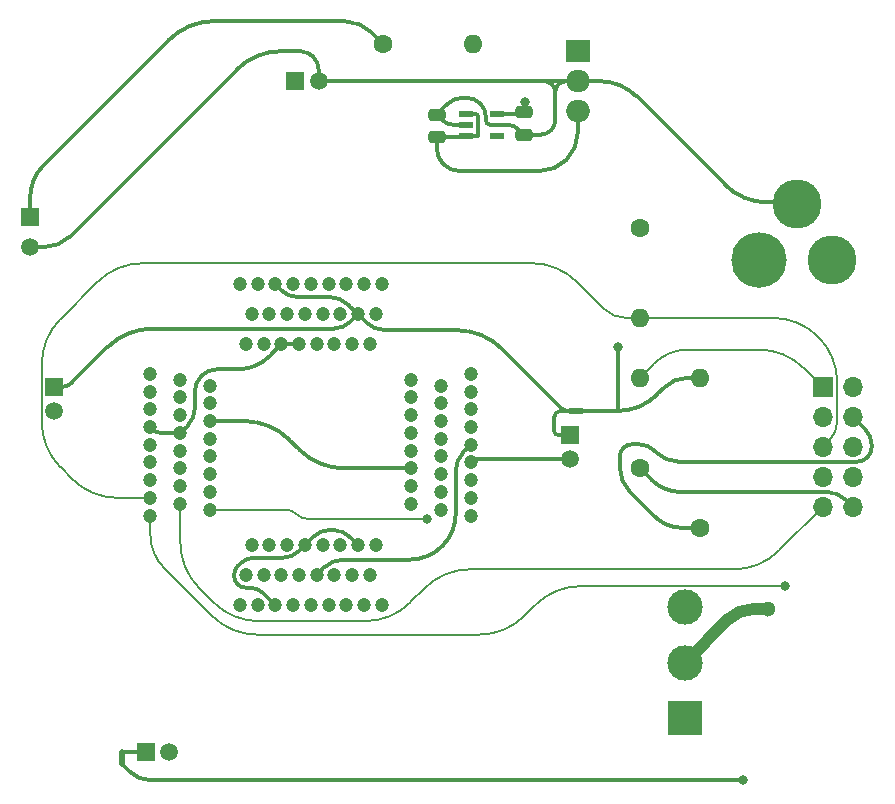
<source format=gtl>
%TF.GenerationSoftware,KiCad,Pcbnew,8.0.7*%
%TF.CreationDate,2025-03-14T10:02:51+02:00*%
%TF.ProjectId,EPM570 Programmer,45504d35-3730-4205-9072-6f6772616d6d,V0*%
%TF.SameCoordinates,Original*%
%TF.FileFunction,Copper,L1,Top*%
%TF.FilePolarity,Positive*%
%FSLAX46Y46*%
G04 Gerber Fmt 4.6, Leading zero omitted, Abs format (unit mm)*
G04 Created by KiCad (PCBNEW 8.0.7) date 2025-03-14 10:02:51*
%MOMM*%
%LPD*%
G01*
G04 APERTURE LIST*
G04 Aperture macros list*
%AMRoundRect*
0 Rectangle with rounded corners*
0 $1 Rounding radius*
0 $2 $3 $4 $5 $6 $7 $8 $9 X,Y pos of 4 corners*
0 Add a 4 corners polygon primitive as box body*
4,1,4,$2,$3,$4,$5,$6,$7,$8,$9,$2,$3,0*
0 Add four circle primitives for the rounded corners*
1,1,$1+$1,$2,$3*
1,1,$1+$1,$4,$5*
1,1,$1+$1,$6,$7*
1,1,$1+$1,$8,$9*
0 Add four rect primitives between the rounded corners*
20,1,$1+$1,$2,$3,$4,$5,0*
20,1,$1+$1,$4,$5,$6,$7,0*
20,1,$1+$1,$6,$7,$8,$9,0*
20,1,$1+$1,$8,$9,$2,$3,0*%
G04 Aperture macros list end*
%TA.AperFunction,EtchedComponent*%
%ADD10C,0.000000*%
%TD*%
%TA.AperFunction,ComponentPad*%
%ADD11O,1.600000X1.600000*%
%TD*%
%TA.AperFunction,ComponentPad*%
%ADD12C,1.600000*%
%TD*%
%TA.AperFunction,ComponentPad*%
%ADD13C,1.500000*%
%TD*%
%TA.AperFunction,ComponentPad*%
%ADD14R,1.500000X1.500000*%
%TD*%
%TA.AperFunction,SMDPad,CuDef*%
%ADD15R,1.150000X0.600000*%
%TD*%
%TA.AperFunction,SMDPad,CuDef*%
%ADD16C,0.500000*%
%TD*%
%TA.AperFunction,ComponentPad*%
%ADD17C,4.150000*%
%TD*%
%TA.AperFunction,ComponentPad*%
%ADD18C,4.700000*%
%TD*%
%TA.AperFunction,ComponentPad*%
%ADD19C,3.000000*%
%TD*%
%TA.AperFunction,ComponentPad*%
%ADD20R,3.000000X3.000000*%
%TD*%
%TA.AperFunction,ComponentPad*%
%ADD21O,2.000000X1.905000*%
%TD*%
%TA.AperFunction,ComponentPad*%
%ADD22R,2.000000X1.905000*%
%TD*%
%TA.AperFunction,SMDPad,CuDef*%
%ADD23RoundRect,0.250000X-0.475000X0.250000X-0.475000X-0.250000X0.475000X-0.250000X0.475000X0.250000X0*%
%TD*%
%TA.AperFunction,ComponentPad*%
%ADD24O,1.700000X1.700000*%
%TD*%
%TA.AperFunction,ComponentPad*%
%ADD25R,1.700000X1.700000*%
%TD*%
%TA.AperFunction,ComponentPad*%
%ADD26C,1.200000*%
%TD*%
%TA.AperFunction,SMDPad,CuDef*%
%ADD27RoundRect,0.250000X0.475000X-0.250000X0.475000X0.250000X-0.475000X0.250000X-0.475000X-0.250000X0*%
%TD*%
%TA.AperFunction,ViaPad*%
%ADD28C,0.800000*%
%TD*%
%TA.AperFunction,ViaPad*%
%ADD29C,1.300000*%
%TD*%
%TA.AperFunction,Conductor*%
%ADD30C,0.380000*%
%TD*%
%TA.AperFunction,Conductor*%
%ADD31C,1.000000*%
%TD*%
%TA.AperFunction,Conductor*%
%ADD32C,0.200000*%
%TD*%
G04 APERTURE END LIST*
D10*
%TA.AperFunction,EtchedComponent*%
%TO.C,NT4*%
G36*
X-4068000Y-37457000D02*
G01*
X-4568000Y-37457000D01*
X-4568000Y-36457000D01*
X-4068000Y-36457000D01*
X-4068000Y-37457000D01*
G37*
%TD.AperFunction*%
%TA.AperFunction,EtchedComponent*%
%TO.C,NT5*%
G36*
X34655000Y-7854000D02*
G01*
X33655000Y-7854000D01*
X33655000Y-7354000D01*
X34655000Y-7354000D01*
X34655000Y-7854000D01*
G37*
%TD.AperFunction*%
%TD*%
D11*
%TO.P,R1,2*%
%TO.N,/3.3V*%
X44614000Y-4809000D03*
D12*
%TO.P,R1,1*%
%TO.N,Net-(J3-Pin_4)*%
X44614000Y-17509000D03*
%TD*%
D11*
%TO.P,R3,2*%
%TO.N,/TMS*%
X39534000Y271000D03*
D12*
%TO.P,R3,1*%
%TO.N,/3.3V*%
X39534000Y7891000D03*
%TD*%
D11*
%TO.P,R2,2*%
%TO.N,/TCK*%
X39534000Y-4809000D03*
D12*
%TO.P,R2,1*%
%TO.N,/GND*%
X39534000Y-12429000D03*
%TD*%
D11*
%TO.P,R5,2*%
%TO.N,/5V*%
X25400000Y23495000D03*
D12*
%TO.P,R5,1*%
%TO.N,Net-(LED1-K)*%
X17780000Y23495000D03*
%TD*%
D13*
%TO.P,LED1,2,A*%
%TO.N,/GND*%
X-12065000Y6288000D03*
D14*
%TO.P,LED1,1,K*%
%TO.N,Net-(LED1-K)*%
X-12065000Y8828000D03*
%TD*%
D13*
%TO.P,C1,2*%
%TO.N,/GND*%
X12356000Y20320000D03*
D14*
%TO.P,C1,1*%
%TO.N,/VCCINT*%
X10356000Y20320000D03*
%TD*%
D15*
%TO.P,IC1,5,3.3VOut*%
%TO.N,/3.3V*%
X27464000Y17548000D03*
%TO.P,IC1,4,ADJ*%
%TO.N,unconnected-(IC1-ADJ-Pad4)*%
X27464000Y15648000D03*
%TO.P,IC1,3,EN*%
%TO.N,/5V*%
X24864000Y15648000D03*
%TO.P,IC1,2,GND*%
%TO.N,/GND*%
X24864000Y16598000D03*
%TO.P,IC1,1,6VIn*%
%TO.N,/5V*%
X24864000Y17548000D03*
%TD*%
D16*
%TO.P,NT4,2,2*%
%TO.N,/VCCINT*%
X-4318000Y-36457000D03*
%TO.P,NT4,1,1*%
%TO.N,/3.3V*%
X-4318000Y-37457000D03*
%TD*%
D17*
%TO.P,J2,SHL2,GND*%
%TO.N,/GND*%
X55857000Y5207000D03*
%TO.P,J2,SHL1,GND*%
X52857000Y9907000D03*
D18*
%TO.P,J2,INNER,VCC*%
%TO.N,/12V Socket*%
X49657000Y5207000D03*
%TD*%
D19*
%TO.P,S2,3,P2*%
%TO.N,unconnected-(S2-P2-Pad3)*%
X43344000Y-24240000D03*
%TO.P,S2,2,CM*%
%TO.N,/12V Socket*%
X43344000Y-28939000D03*
D20*
%TO.P,S2,1,P1*%
%TO.N,/12V*%
X43344000Y-33638000D03*
%TD*%
D21*
%TO.P,U1,3,OUT*%
%TO.N,/5V*%
X34290000Y17780000D03*
%TO.P,U1,2,GND*%
%TO.N,/GND*%
X34290000Y20320000D03*
D22*
%TO.P,U1,1,IN*%
%TO.N,/12V*%
X34290000Y22860000D03*
%TD*%
D23*
%TO.P,C6,2*%
%TO.N,/GND*%
X29718000Y15798000D03*
%TO.P,C6,1*%
%TO.N,/3.3V*%
X29718000Y17698000D03*
%TD*%
D13*
%TO.P,C3,2*%
%TO.N,/GND*%
X33655000Y-11652000D03*
D14*
%TO.P,C3,1*%
%TO.N,/VCCIO*%
X33655000Y-9652000D03*
%TD*%
D24*
%TO.P,J3,10,Pin_10*%
%TO.N,/GND*%
X57568000Y-15731000D03*
%TO.P,J3,9,Pin_9*%
%TO.N,/TDI*%
X55028000Y-15731000D03*
%TO.P,J3,8,Pin_8*%
%TO.N,unconnected-(J3-Pin_8-Pad8)*%
X57568000Y-13191000D03*
%TO.P,J3,7,Pin_7*%
%TO.N,unconnected-(J3-Pin_7-Pad7)*%
X55028000Y-13191000D03*
%TO.P,J3,6,Pin_6*%
%TO.N,unconnected-(J3-Pin_6-Pad6)*%
X57568000Y-10651000D03*
%TO.P,J3,5,Pin_5*%
%TO.N,/TMS*%
X55028000Y-10651000D03*
%TO.P,J3,4,Pin_4*%
%TO.N,Net-(J3-Pin_4)*%
X57568000Y-8111000D03*
%TO.P,J3,3,Pin_3*%
%TO.N,/TDO*%
X55028000Y-8111000D03*
%TO.P,J3,2,Pin_2*%
%TO.N,/GND*%
X57568000Y-5571000D03*
D25*
%TO.P,J3,1,Pin_1*%
%TO.N,/TCK*%
X55028000Y-5571000D03*
%TD*%
D26*
%TO.P,J1,1,1*%
%TO.N,/IO1*%
X-1887000Y-4461000D03*
%TO.P,J1,2,2*%
%TO.N,/IO2*%
X653000Y-4961000D03*
%TO.P,J1,3,3*%
%TO.N,/IO3*%
X3193000Y-5461000D03*
%TO.P,J1,4,4*%
%TO.N,/IO4*%
X-1887000Y-5961000D03*
%TO.P,J1,5,5*%
%TO.N,/IO5*%
X653000Y-6461000D03*
%TO.P,J1,6,6*%
%TO.N,/IO6*%
X3193000Y-6961000D03*
%TO.P,J1,7,7*%
%TO.N,/IO7*%
X-1887000Y-7461000D03*
%TO.P,J1,8,8*%
%TO.N,/IO8*%
X653000Y-7961000D03*
%TO.P,J1,9,9*%
%TO.N,/VCCIO*%
X3193000Y-8461000D03*
%TO.P,J1,10,10*%
%TO.N,/GND*%
X-1887000Y-8961000D03*
%TO.P,J1,11,11*%
X653000Y-9461000D03*
%TO.P,J1,12,12*%
%TO.N,/IO12{slash}GCLK0*%
X3193000Y-9961000D03*
%TO.P,J1,13,13*%
%TO.N,/VCCINT*%
X-1887000Y-10461000D03*
%TO.P,J1,14,14*%
%TO.N,/IO14{slash}GCLK1*%
X653000Y-10961000D03*
%TO.P,J1,15,15*%
%TO.N,/IO15*%
X3193000Y-11461000D03*
%TO.P,J1,16,16*%
%TO.N,/IO16*%
X-1887000Y-11961000D03*
%TO.P,J1,17,17*%
%TO.N,/IO17*%
X653000Y-12461000D03*
%TO.P,J1,18,18*%
%TO.N,/IO18*%
X3193000Y-12961000D03*
%TO.P,J1,19,19*%
%TO.N,/IO19*%
X-1887000Y-13461000D03*
%TO.P,J1,20,20*%
%TO.N,/IO20*%
X653000Y-13961000D03*
%TO.P,J1,21,21*%
%TO.N,/IO21*%
X3193000Y-14461000D03*
%TO.P,J1,22,22*%
%TO.N,/TMS*%
X-1887000Y-14961000D03*
%TO.P,J1,23,23*%
%TO.N,/TDI*%
X653000Y-15461000D03*
%TO.P,J1,24,24*%
%TO.N,/TCK*%
X3193000Y-15961000D03*
%TO.P,J1,25,25*%
%TO.N,/TDO*%
X-1887000Y-16461000D03*
%TO.P,J1,26,26*%
%TO.N,/IO26*%
X5693000Y-24041000D03*
%TO.P,J1,27,27*%
%TO.N,/IO27*%
X6193000Y-21501000D03*
%TO.P,J1,28,28*%
%TO.N,/IO28*%
X6693000Y-18961000D03*
%TO.P,J1,29,29*%
%TO.N,/IO29*%
X7193000Y-24041000D03*
%TO.P,J1,30,30*%
%TO.N,/IO30*%
X7693000Y-21501000D03*
%TO.P,J1,31,31*%
%TO.N,/VCCIO*%
X8193000Y-18961000D03*
%TO.P,J1,32,32*%
%TO.N,/GND*%
X8693000Y-24041000D03*
%TO.P,J1,33,33*%
%TO.N,/IO33*%
X9193000Y-21501000D03*
%TO.P,J1,34,34*%
%TO.N,/IO34*%
X9693000Y-18961000D03*
%TO.P,J1,35,35*%
%TO.N,/IO35*%
X10193000Y-24041000D03*
%TO.P,J1,36,36*%
%TO.N,/IO36*%
X10693000Y-21501000D03*
%TO.P,J1,37,37*%
%TO.N,/GND*%
X11193000Y-18961000D03*
%TO.P,J1,38,38*%
%TO.N,/IO38*%
X11693000Y-24041000D03*
%TO.P,J1,39,39*%
%TO.N,/VCCINT*%
X12193000Y-21501000D03*
%TO.P,J1,40,40*%
%TO.N,/IO40*%
X12693000Y-18961000D03*
%TO.P,J1,41,41*%
%TO.N,/IO41*%
X13193000Y-24041000D03*
%TO.P,J1,42,42*%
%TO.N,/IO42*%
X13693000Y-21501000D03*
%TO.P,J1,43,43*%
%TO.N,/IO43{slash}DEV OE*%
X14193000Y-18961000D03*
%TO.P,J1,44,44*%
%TO.N,/IO44{slash}DEV CLR*%
X14693000Y-24041000D03*
%TO.P,J1,45,45*%
%TO.N,/VCCIO*%
X15193000Y-21501000D03*
%TO.P,J1,46,46*%
%TO.N,/GND*%
X15693000Y-18961000D03*
%TO.P,J1,47,47*%
%TO.N,/IO47*%
X16193000Y-24041000D03*
%TO.P,J1,48,48*%
%TO.N,/IO48*%
X16693000Y-21501000D03*
%TO.P,J1,49,49*%
%TO.N,/IO49*%
X17193000Y-18961000D03*
%TO.P,J1,50,50*%
%TO.N,/IO50*%
X17693000Y-24041000D03*
%TO.P,J1,51,51*%
%TO.N,/IO51*%
X25273000Y-16461000D03*
%TO.P,J1,52,52*%
%TO.N,/IO52*%
X22733000Y-15961000D03*
%TO.P,J1,53,53*%
%TO.N,/IO53*%
X20193000Y-15461000D03*
%TO.P,J1,54,54*%
%TO.N,/IO54*%
X25273000Y-14961000D03*
%TO.P,J1,55,55*%
%TO.N,/IO55*%
X22733000Y-14461000D03*
%TO.P,J1,56,56*%
%TO.N,/IO56*%
X20193000Y-13961000D03*
%TO.P,J1,57,57*%
%TO.N,/IO57*%
X25273000Y-13461000D03*
%TO.P,J1,58,58*%
%TO.N,/IO58*%
X22733000Y-12961000D03*
%TO.P,J1,59,59*%
%TO.N,/VCCIO*%
X20193000Y-12461000D03*
%TO.P,J1,60,60*%
%TO.N,/GND*%
X25273000Y-11961000D03*
%TO.P,J1,61,61*%
%TO.N,/IO61*%
X22733000Y-11461000D03*
%TO.P,J1,62,62*%
%TO.N,/IO62{slash}GCLK2*%
X20193000Y-10961000D03*
%TO.P,J1,63,63*%
%TO.N,/VCCINT*%
X25273000Y-10461000D03*
%TO.P,J1,64,64*%
%TO.N,/IO64{slash}GCLK3*%
X22733000Y-9961000D03*
%TO.P,J1,65,65*%
%TO.N,/GND*%
X20193000Y-9461000D03*
%TO.P,J1,66,66*%
%TO.N,/IO66*%
X25273000Y-8961000D03*
%TO.P,J1,67,67*%
%TO.N,/IO67*%
X22733000Y-8461000D03*
%TO.P,J1,68,68*%
%TO.N,/IO68*%
X20193000Y-7961000D03*
%TO.P,J1,69,69*%
%TO.N,/IO69*%
X25273000Y-7461000D03*
%TO.P,J1,70,70*%
%TO.N,/IO70*%
X22733000Y-6961000D03*
%TO.P,J1,71,71*%
%TO.N,/IO71*%
X20193000Y-6461000D03*
%TO.P,J1,72,72*%
%TO.N,/IO72*%
X25273000Y-5961000D03*
%TO.P,J1,73,73*%
%TO.N,/IO73*%
X22733000Y-5461000D03*
%TO.P,J1,74,74*%
%TO.N,/IO74*%
X20193000Y-4961000D03*
%TO.P,J1,75,75*%
%TO.N,/IO75*%
X25273000Y-4461000D03*
%TO.P,J1,76,76*%
%TO.N,/IO76*%
X17693000Y3119000D03*
%TO.P,J1,77,77*%
%TO.N,/IO77*%
X17193000Y579000D03*
%TO.P,J1,78,78*%
%TO.N,/IO78*%
X16693000Y-1961000D03*
%TO.P,J1,79,79*%
%TO.N,/GND*%
X16193000Y3119000D03*
%TO.P,J1,80,80*%
%TO.N,/VCCIO*%
X15693000Y579000D03*
%TO.P,J1,81,81*%
%TO.N,/IO81*%
X15193000Y-1961000D03*
%TO.P,J1,82,82*%
%TO.N,/IO82*%
X14693000Y3119000D03*
%TO.P,J1,83,83*%
%TO.N,/IO83*%
X14193000Y579000D03*
%TO.P,J1,84,84*%
%TO.N,/IO84*%
X13693000Y-1961000D03*
%TO.P,J1,85,85*%
%TO.N,/IO85*%
X13193000Y3119000D03*
%TO.P,J1,86,86*%
%TO.N,/IO86*%
X12693000Y579000D03*
%TO.P,J1,87,87*%
%TO.N,/IO87*%
X12193000Y-1961000D03*
%TO.P,J1,88,88*%
%TO.N,/VCCINT*%
X11693000Y3119000D03*
%TO.P,J1,89,89*%
%TO.N,/IO89*%
X11193000Y579000D03*
%TO.P,J1,90,90*%
%TO.N,/GND*%
X10693000Y-1961000D03*
%TO.P,J1,91,91*%
%TO.N,/IO91*%
X10193000Y3119000D03*
%TO.P,J1,92,92*%
%TO.N,/IO92*%
X9693000Y579000D03*
%TO.P,J1,93,93*%
%TO.N,/GND*%
X9193000Y-1961000D03*
%TO.P,J1,94,94*%
%TO.N,/VCCIO*%
X8693000Y3119000D03*
%TO.P,J1,95,95*%
%TO.N,/IO95*%
X8193000Y579000D03*
%TO.P,J1,96,96*%
%TO.N,/IO96*%
X7693000Y-1961000D03*
%TO.P,J1,97,97*%
%TO.N,/IO97*%
X7193000Y3119000D03*
%TO.P,J1,98,98*%
%TO.N,/IO98*%
X6693000Y579000D03*
%TO.P,J1,99,99*%
%TO.N,/IO99*%
X6193000Y-1961000D03*
%TO.P,J1,100,100*%
%TO.N,/IO100*%
X5693000Y3119000D03*
%TD*%
D13*
%TO.P,C2,2*%
%TO.N,/GND*%
X-286000Y-36449000D03*
D14*
%TO.P,C2,1*%
%TO.N,/VCCINT*%
X-2286000Y-36449000D03*
%TD*%
D16*
%TO.P,NT5,2,2*%
%TO.N,/VCCIO*%
X33655000Y-7604000D03*
%TO.P,NT5,1,1*%
%TO.N,/3.3V*%
X34655000Y-7604000D03*
%TD*%
D27*
%TO.P,C5,2*%
%TO.N,/GND*%
X22354000Y17487000D03*
%TO.P,C5,1*%
%TO.N,/5V*%
X22354000Y15587000D03*
%TD*%
D13*
%TO.P,C4,2*%
%TO.N,/GND*%
X-10033000Y-7588000D03*
D14*
%TO.P,C4,1*%
%TO.N,/VCCIO*%
X-10033000Y-5588000D03*
%TD*%
D28*
%TO.N,/TDO*%
X51862000Y-22438300D03*
%TO.N,/TCK*%
X21505400Y-16748800D03*
D29*
%TO.N,/12V Socket*%
X50376500Y-24385200D03*
D28*
%TO.N,/3.3V*%
X29845000Y18542000D03*
X48260000Y-38862000D03*
X37719000Y-2159000D03*
%TD*%
D30*
%TO.N,/3.3V*%
X43524500Y-4809000D02*
G75*
G03*
X41664605Y-5579390I0J-2630300D01*
G01*
X-3615500Y-38159500D02*
G75*
G03*
X-1919514Y-38862000I1695987J1695989D01*
G01*
X41037500Y-6206500D02*
G75*
G02*
X37663636Y-7604015I-3373900J3373900D01*
G01*
%TO.N,/5V*%
X25764878Y17483878D02*
G75*
G02*
X25828989Y17329073I-154778J-154778D01*
G01*
X33337500Y13652500D02*
G75*
G02*
X31037961Y12700016I-2299500J2299500D01*
G01*
X22924500Y13270500D02*
G75*
G03*
X24301808Y12700004I1377300J1377300D01*
G01*
X25824000Y15653000D02*
G75*
G02*
X25811928Y15647988I-12100J12100D01*
G01*
X25829000Y15665071D02*
G75*
G02*
X25823992Y15653008I-17100J29D01*
G01*
X25764878Y17483878D02*
G75*
G03*
X25610073Y17547989I-154778J-154778D01*
G01*
X34290000Y15952038D02*
G75*
G02*
X33337500Y13652500I-3252040J2D01*
G01*
X22354000Y14647808D02*
G75*
G03*
X22924497Y13270497I1947800J-8D01*
G01*
%TO.N,/VCCINT*%
X23966000Y-16291553D02*
G75*
G02*
X22823001Y-19051001I-3902460J3D01*
G01*
X24619500Y-11114500D02*
G75*
G03*
X23965995Y-12692188I1577700J-1577700D01*
G01*
X22823000Y-19051000D02*
G75*
G02*
X20063553Y-20193999I-2759450J2759460D01*
G01*
X14424188Y-20194000D02*
G75*
G03*
X12846503Y-20847503I12J-2231200D01*
G01*
%TO.N,/GND*%
X46723841Y11569158D02*
G75*
G03*
X50389000Y10050994I3665159J3665142D01*
G01*
X26112566Y18337433D02*
G75*
G02*
X26498990Y17404500I-932966J-932933D01*
G01*
X26609500Y16747500D02*
G75*
G03*
X26876270Y16636988I266800J266800D01*
G01*
X11893000Y22397000D02*
G75*
G03*
X10775219Y22860008I-1117800J-1117800D01*
G01*
X26499000Y17014270D02*
G75*
G03*
X26609509Y16747509I377300J30D01*
G01*
X2432575Y-4629575D02*
G75*
G03*
X1867997Y-5992579I1362995J-1363005D01*
G01*
X22798500Y17931500D02*
G75*
G03*
X22798500Y17042500I444500J-444500D01*
G01*
X13424188Y-17654000D02*
G75*
G03*
X11846503Y-18307503I12J-2231200D01*
G01*
X6921864Y-20026000D02*
G75*
G03*
X5698099Y-20532899I-4J-1730660D01*
G01*
X3795579Y-4065000D02*
G75*
G03*
X2432577Y-4629577I1J-1927570D01*
G01*
X40549250Y-13444250D02*
G75*
G03*
X43000280Y-14459508I2451050J2451050D01*
G01*
X39275137Y19017862D02*
G75*
G03*
X36131500Y20319992I-3143637J-3143662D01*
G01*
X32385000Y19367500D02*
G75*
G03*
X31432500Y20320000I-952500J0D01*
G01*
X33337500Y20320000D02*
G75*
G03*
X32385000Y19367500I0J-952500D01*
G01*
X29298500Y16217500D02*
G75*
G03*
X28285737Y16637015I-1012800J-1012800D01*
G01*
X25800495Y-11652000D02*
G75*
G03*
X25427501Y-11806501I5J-527500D01*
G01*
X9207500Y22860000D02*
G75*
G03*
X5413453Y21288457I0J-5365600D01*
G01*
X32029000Y16154000D02*
G75*
G02*
X31169539Y15797983I-859500J859500D01*
G01*
X-8710894Y7164105D02*
G75*
G02*
X-10826000Y6288000I-2115105J2115105D01*
G01*
X5191200Y-21561167D02*
G75*
G03*
X5485447Y-22271553I1004640J-3D01*
G01*
X26013000Y18437000D02*
G75*
G03*
X24839692Y18922997I-1173300J-1173300D01*
G01*
X56932250Y-15095250D02*
G75*
G03*
X55397413Y-14459494I-1534850J-1534850D01*
G01*
X-1637000Y-9211000D02*
G75*
G03*
X-1033446Y-9461000I603555J603556D01*
G01*
X5485450Y-22271550D02*
G75*
G03*
X6195832Y-22565787I710350J710350D01*
G01*
X11893000Y22397000D02*
G75*
G02*
X12356008Y21279219I-1117800J-1117800D01*
G01*
X24658500Y18923000D02*
G75*
G03*
X23175866Y18308888I0J-2096800D01*
G01*
X1868000Y-7386865D02*
G75*
G02*
X1260500Y-8853500I-2074146J4D01*
G01*
X8141000Y-3013000D02*
G75*
G02*
X5601247Y-4064996I-2539750J2539760D01*
G01*
X32385000Y17013460D02*
G75*
G02*
X32028988Y16154012I-1215500J40D01*
G01*
X5522656Y-20708343D02*
G75*
G03*
X5191246Y-21508550I800244J-800157D01*
G01*
X15039500Y-18307500D02*
G75*
G03*
X13461811Y-17653995I-1577700J-1577700D01*
G01*
X7726245Y-23074245D02*
G75*
G03*
X6498750Y-22565800I-1227495J-1227495D01*
G01*
X22798500Y17042500D02*
G75*
G03*
X23871617Y16598007I1073100J1073100D01*
G01*
X10660500Y-19493500D02*
G75*
G02*
X9374931Y-20026013I-1285600J1285600D01*
G01*
X11725500Y-18428500D02*
X10660500Y-19493500D01*
X31432500Y20320000D02*
X33337500Y20320000D01*
%TO.N,/VCCIO*%
X14955400Y1316600D02*
G75*
G03*
X13174676Y2054190I-1780700J-1780700D01*
G01*
X-8487648Y-5184348D02*
G75*
G02*
X-9462150Y-5588000I-974503J974503D01*
G01*
X-1685336Y-636000D02*
G75*
G03*
X-5533092Y-2229792I1J-5441552D01*
G01*
X32878000Y-7604000D02*
G75*
G03*
X32953882Y-7420836I0J107300D01*
G01*
X32953859Y-7420859D02*
G75*
G03*
X33396000Y-7603995I442141J442159D01*
G01*
X9225400Y2586600D02*
G75*
G03*
X10510727Y2054211I1285300J1285300D01*
G01*
X32298000Y-9284459D02*
G75*
G03*
X32405638Y-9544362I367500J-41D01*
G01*
X32845981Y-7604000D02*
G75*
G03*
X32458505Y-7764505I19J-548000D01*
G01*
X15085500Y-28499D02*
G75*
G02*
X13618865Y-635985I-1466600J1466599D01*
G01*
X32405650Y-9544350D02*
G75*
G03*
X32665540Y-9651983I259850J259850D01*
G01*
X27889792Y-2356792D02*
G75*
G03*
X24042036Y-763003I-3847752J-3847758D01*
G01*
X9889792Y-10054792D02*
G75*
G03*
X6042036Y-8461003I-3847752J-3847758D01*
G01*
X16364000Y-92000D02*
G75*
G03*
X17983937Y-762985I1619900J1619900D01*
G01*
X10702207Y-10867207D02*
G75*
G03*
X14549963Y-12461004I3847763J3847757D01*
G01*
X32458500Y-7764500D02*
G75*
G03*
X32297992Y-8151981I387500J-387500D01*
G01*
X33396000Y-7604000D02*
X32878000Y-7604000D01*
D31*
%TO.N,/12V Socket*%
X49137150Y-24385200D02*
G75*
G03*
X47021434Y-25261539I-50J-2992000D01*
G01*
D30*
%TO.N,Net-(LED1-K)*%
X-10920547Y13209452D02*
G75*
G03*
X-12065000Y10446500I2762958J-2762956D01*
G01*
X3523963Y25400000D02*
G75*
G03*
X-323792Y23806207I2J-5441549D01*
G01*
X16827500Y24447500D02*
G75*
G03*
X14527961Y25399998I-2299540J-2299550D01*
G01*
%TO.N,Net-(J3-Pin_4)*%
X40997500Y-11152500D02*
G75*
G03*
X42780396Y-11891001I1782900J1782900D01*
G01*
X38163500Y-10731500D02*
G75*
G03*
X37846005Y-11498012I766500J-766500D01*
G01*
X37846000Y-12319000D02*
G75*
G03*
X38744015Y-14487035I3066100J0D01*
G01*
X38930012Y-10414000D02*
G75*
G03*
X38163496Y-10731496I-12J-1084000D01*
G01*
X58824500Y-11533500D02*
G75*
G02*
X57961418Y-11891008I-863100J863100D01*
G01*
X58668994Y-9211994D02*
G75*
G02*
X59182003Y-10450500I-1238494J-1238506D01*
G01*
X59182000Y-10670418D02*
G75*
G02*
X58824495Y-11533495I-1220600J18D01*
G01*
X40887617Y-11042617D02*
G75*
G03*
X39370000Y-10413989I-1517617J-1517583D01*
G01*
X40759079Y-16502079D02*
G75*
G03*
X43190000Y-17509012I2430921J2430879D01*
G01*
D32*
%TO.N,/TCK*%
X10491100Y-16354900D02*
G75*
G03*
X11442058Y-16748817I951000J951000D01*
G01*
X43624227Y-2413000D02*
G75*
G03*
X40731992Y-3610992I-27J-4090200D01*
G01*
X10491100Y-16354900D02*
G75*
G03*
X9540141Y-15960983I-951000J-951000D01*
G01*
X53449000Y-3992000D02*
G75*
G03*
X49636956Y-2413018I-3812000J-3812000D01*
G01*
%TO.N,/TDI*%
X51338292Y-19420707D02*
G75*
G02*
X47490536Y-21014510I-3847792J3847807D01*
G01*
X25181463Y-21014500D02*
G75*
G03*
X21333705Y-22608291I-3J-5441550D01*
G01*
X20134792Y-23807207D02*
G75*
G02*
X16287036Y-25401001I-3847762J3847767D01*
G01*
X3449207Y-23807207D02*
G75*
G03*
X7296963Y-25401004I3847763J3847757D01*
G01*
X653100Y-18757136D02*
G75*
G03*
X2246892Y-22604892I5441552J1D01*
G01*
%TO.N,/TDO*%
X34552663Y-22438300D02*
G75*
G03*
X30704915Y-24032101I37J-5441600D01*
G01*
X-1887000Y-18101000D02*
G75*
G03*
X-727344Y-20900655I3959310J0D01*
G01*
X3322207Y-24950207D02*
G75*
G03*
X7169963Y-26544004I3847763J3847757D01*
G01*
X29786792Y-24950207D02*
G75*
G02*
X25939036Y-26544010I-3847792J3847807D01*
G01*
%TO.N,/TMS*%
X54667207Y-1327207D02*
G75*
G02*
X56261011Y-5174963I-3847807J-3847793D01*
G01*
X-11086200Y-8541836D02*
G75*
G03*
X-9492406Y-12389592I5441554J3D01*
G01*
X-9492407Y195592D02*
G75*
G03*
X-11086200Y-3652163I3847756J-3847757D01*
G01*
X36475916Y1069783D02*
G75*
G03*
X38404350Y271030I1928384J1928417D01*
G01*
X34233792Y3311907D02*
G75*
G03*
X30386036Y4905710I-3847792J-3847807D01*
G01*
X54662792Y-1322792D02*
G75*
G03*
X50815036Y271040I-3847792J-3847708D01*
G01*
X-2528336Y4905700D02*
G75*
G03*
X-6376092Y3311907I4J-5441559D01*
G01*
X56261000Y-8546137D02*
G75*
G02*
X55644489Y-10034489I-2104900J37D01*
G01*
X-8514792Y-13367207D02*
G75*
G03*
X-4667036Y-14961000I3847760J3847766D01*
G01*
D30*
%TO.N,/GND*%
X26499000Y17404500D02*
X26499000Y17014270D01*
X26112566Y18337433D02*
X26013000Y18437000D01*
X24839692Y18923000D02*
X24658500Y18923000D01*
X26876270Y16637000D02*
X28285737Y16637000D01*
X22798500Y17931500D02*
X23175877Y18308877D01*
X29298500Y16217500D02*
X29718000Y15798000D01*
X29718000Y15798000D02*
X31169539Y15798000D01*
X32385000Y19367500D02*
X32385000Y17013460D01*
X31432500Y20320000D02*
X12356000Y20320000D01*
X33337500Y20320000D02*
X34290000Y20320000D01*
%TO.N,/5V*%
X31037961Y12700000D02*
X24301808Y12700000D01*
X34290000Y15952038D02*
X34290000Y17780000D01*
X22354000Y15587000D02*
X22354000Y14647808D01*
%TO.N,Net-(LED1-K)*%
X16827500Y24447500D02*
X17780000Y23495000D01*
X3523963Y25400000D02*
X14527961Y25400000D01*
X-10920547Y13209452D02*
X-323792Y23806207D01*
X-12065000Y10446500D02*
X-12065000Y8828000D01*
%TO.N,/GND*%
X-10826000Y6288000D02*
X-12065000Y6288000D01*
X10775219Y22860000D02*
X9207500Y22860000D01*
X5413455Y21288455D02*
X-8710894Y7164105D01*
X12356000Y20320000D02*
X12356000Y21279219D01*
%TO.N,/VCCIO*%
X32878000Y-7604000D02*
X32845981Y-7604000D01*
X13174676Y2054199D02*
X10510727Y2054200D01*
X32298000Y-9284459D02*
X32298000Y-8151981D01*
X14549963Y-12461000D02*
X20193000Y-12461000D01*
X32953859Y-7420859D02*
X27889792Y-2356792D01*
X15693000Y579000D02*
X15085500Y-28499D01*
X9225400Y2586600D02*
X8693000Y3119000D01*
X6042036Y-8461000D02*
X3193000Y-8461000D01*
X24042036Y-763000D02*
X17983937Y-763000D01*
X15693000Y579000D02*
X16364000Y-92000D01*
X-9462150Y-5588000D02*
X-10033000Y-5588000D01*
X33396000Y-7604000D02*
X33655000Y-7604000D01*
X-8487648Y-5184348D02*
X-5533092Y-2229792D01*
X14955400Y1316600D02*
X15693000Y579000D01*
X-1685336Y-636000D02*
X13618865Y-636000D01*
X32665540Y-9652000D02*
X33655000Y-9652000D01*
X9889792Y-10054792D02*
X10702207Y-10867207D01*
%TO.N,/GND*%
X653000Y-9461000D02*
X1260500Y-8853500D01*
X36131500Y20320000D02*
X34290000Y20320000D01*
X5191200Y-21561167D02*
X5191200Y-21508550D01*
X23871617Y16598000D02*
X24864000Y16598000D01*
X6195832Y-22565800D02*
X6498750Y-22565800D01*
X9193000Y-1961000D02*
X10693000Y-1961000D01*
X5698099Y-20532899D02*
X5522656Y-20708343D01*
X25800495Y-11652000D02*
X33655000Y-11652000D01*
X1868000Y-5992579D02*
X1868000Y-7386865D01*
X50389000Y10051000D02*
X52536000Y10051000D01*
X11725500Y-18428500D02*
X11846500Y-18307500D01*
X46723841Y11569158D02*
X39275137Y19017862D01*
X13424188Y-17654000D02*
X13461811Y-17654000D01*
X-1033446Y-9461000D02*
X653000Y-9461000D01*
X56932250Y-15095250D02*
X57568000Y-15731000D01*
X3795579Y-4065000D02*
X5601247Y-4065000D01*
X7726245Y-23074245D02*
X8693000Y-24041000D01*
X9193000Y-1961000D02*
X8141000Y-3013000D01*
X40549250Y-13444250D02*
X39534000Y-12429000D01*
X6921864Y-20026000D02*
X9374931Y-20026000D01*
X15039500Y-18307500D02*
X15693000Y-18961000D01*
X43000280Y-14459500D02*
X55397413Y-14459500D01*
D32*
%TO.N,/TMS*%
X30386036Y4905700D02*
X-2528336Y4905700D01*
X56261000Y-5174963D02*
X56261000Y-8546137D01*
X36475916Y1069783D02*
X34233792Y3311907D01*
X-4667036Y-14961000D02*
X-1887000Y-14961000D01*
X55644500Y-10034500D02*
X55028000Y-10651000D01*
X-9492406Y-12389592D02*
X-8514792Y-13367207D01*
X-11086200Y-8541836D02*
X-11086200Y-3652163D01*
X-9492407Y195592D02*
X-6376092Y3311907D01*
X54667207Y-1327207D02*
X54662792Y-1322792D01*
X39534000Y271000D02*
X50815036Y270999D01*
X39534000Y271000D02*
X38404350Y271000D01*
%TO.N,/TDO*%
X-1887000Y-18101000D02*
X-1887000Y-16461000D01*
X-727344Y-20900655D02*
X3322207Y-24950207D01*
X7169963Y-26544000D02*
X25939036Y-26544000D01*
X34552663Y-22438300D02*
X51862000Y-22438300D01*
X30704906Y-24032092D02*
X29786792Y-24950207D01*
%TO.N,/TDI*%
X3449207Y-23807207D02*
X2246892Y-22604892D01*
X51338292Y-19420707D02*
X55028000Y-15731000D01*
X47490536Y-21014500D02*
X25181463Y-21014500D01*
X21333706Y-22608292D02*
X20134792Y-23807207D01*
X16287036Y-25401000D02*
X7296963Y-25401000D01*
X653100Y-18757136D02*
X653100Y-15461000D01*
%TO.N,/TCK*%
X53449000Y-3992000D02*
X55028000Y-5571000D01*
X11442058Y-16748800D02*
X21505400Y-16748800D01*
X43624227Y-2413000D02*
X49636956Y-2413000D01*
X40732000Y-3611000D02*
X39534000Y-4809000D01*
X9540141Y-15961000D02*
X3193000Y-15961000D01*
D30*
%TO.N,/VCCINT*%
X23966000Y-16291553D02*
X23966000Y-12692188D01*
X-2286000Y-36449000D02*
X-4310000Y-36449000D01*
X20063553Y-20194000D02*
X14424188Y-20194000D01*
X24619500Y-11114500D02*
X25273000Y-10461000D01*
X12846500Y-20847500D02*
X12193000Y-21501000D01*
%TO.N,/5V*%
X25829000Y17329073D02*
X25829000Y15665071D01*
X25610073Y17548000D02*
X24864000Y17548000D01*
X22354000Y15587000D02*
X24803000Y15587000D01*
X25811928Y15648000D02*
X24864000Y15648000D01*
D31*
%TO.N,/12V Socket*%
X50376500Y-24385200D02*
X49137150Y-24385200D01*
X47021447Y-25261552D02*
X43344000Y-28939000D01*
D30*
%TO.N,Net-(J3-Pin_4)*%
X37846000Y-11498012D02*
X37846000Y-12319000D01*
X58668994Y-9211994D02*
X57568000Y-8111000D01*
X42780396Y-11891000D02*
X57961418Y-11891000D01*
X43190000Y-17509000D02*
X44614000Y-17509000D01*
X38930012Y-10414000D02*
X39370000Y-10414000D01*
X38744025Y-14487025D02*
X40759079Y-16502079D01*
X59182000Y-10450500D02*
X59182000Y-10670418D01*
X40997500Y-11152500D02*
X40887617Y-11042617D01*
%TO.N,/3.3V*%
X29845000Y18542000D02*
X29845000Y17825000D01*
X41664607Y-5579392D02*
X41037500Y-6206500D01*
X37719000Y-2159000D02*
X37719000Y-7620000D01*
X37663636Y-7604000D02*
X34655000Y-7604000D01*
X27464000Y17548000D02*
X29568000Y17548000D01*
X43524500Y-4809000D02*
X44614000Y-4809000D01*
X-1919514Y-38862000D02*
X48260000Y-38862000D01*
X-3615500Y-38159500D02*
X-4318000Y-37457000D01*
%TD*%
M02*

</source>
